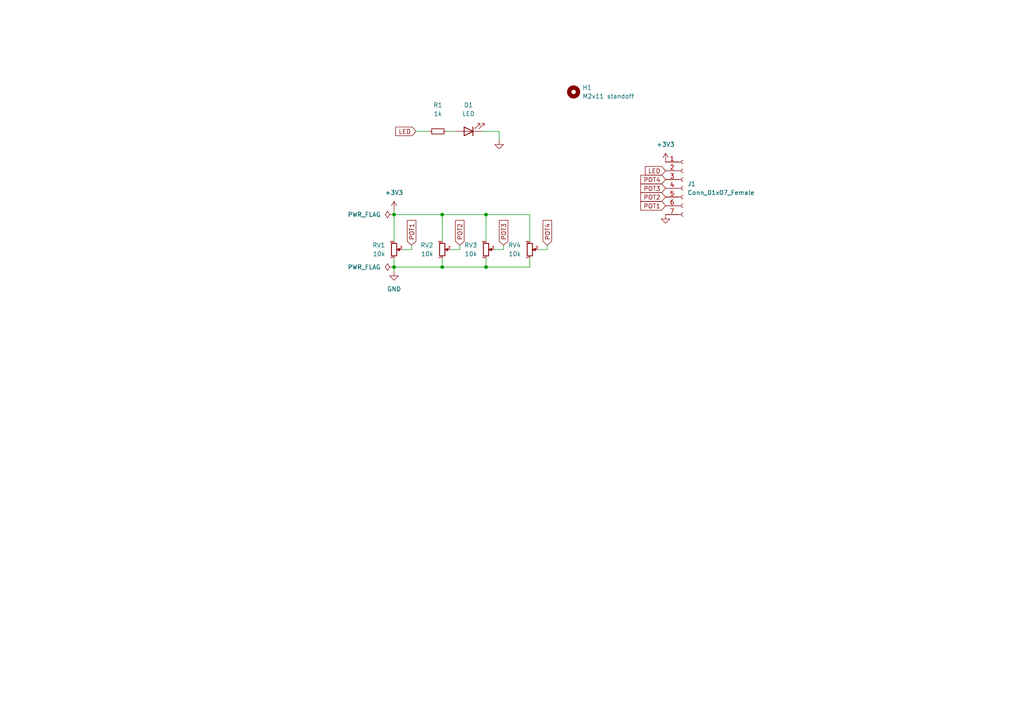
<source format=kicad_sch>
(kicad_sch (version 20211123) (generator eeschema)
  (paper "A4")
  (lib_symbols
    (symbol "Connector:Conn_01x07_Female" (pin_names (offset 1.016) hide)
      (property "Reference" "J" (at 0 10.16 0))
      (property "Value" "Conn_01x07_Female" (at 0 -10.16 0))
      (symbol "Conn_01x07_Female_1_1"
        (arc (start 0 -7.112) (mid -0.508 -7.62) (end 0 -8.128) (stroke (width 0.1524)))
        (arc (start 0 -4.572) (mid -0.508 -5.08) (end 0 -5.588) (stroke (width 0.1524)))
        (arc (start 0 -2.032) (mid -0.508 -2.54) (end 0 -3.048) (stroke (width 0.1524)))
        (polyline (pts (xy -1.27 -7.62) (xy -0.508 -7.62)) (stroke (width 0.1524)))
        (polyline (pts (xy -1.27 -5.08) (xy -0.508 -5.08)) (stroke (width 0.1524)))
        (polyline (pts (xy -1.27 -2.54) (xy -0.508 -2.54)) (stroke (width 0.1524)))
        (polyline (pts (xy -1.27 0) (xy -0.508 0)) (stroke (width 0.1524)))
        (polyline (pts (xy -1.27 2.54) (xy -0.508 2.54)) (stroke (width 0.1524)))
        (polyline (pts (xy -1.27 5.08) (xy -0.508 5.08)) (stroke (width 0.1524)))
        (polyline (pts (xy -1.27 7.62) (xy -0.508 7.62)) (stroke (width 0.1524)))
        (arc (start 0 0.508) (mid -0.508 0) (end 0 -0.508) (stroke (width 0.1524)))
        (arc (start 0 3.048) (mid -0.508 2.54) (end 0 2.032) (stroke (width 0.1524)))
        (arc (start 0 5.588) (mid -0.508 5.08) (end 0 4.572) (stroke (width 0.1524)))
        (arc (start 0 8.128) (mid -0.508 7.62) (end 0 7.112) (stroke (width 0.1524)))
        (pin passive line (at -5.08 7.62 0) (length 3.81) (name "Pin_1") (number "1"))
        (pin passive line (at -5.08 5.08 0) (length 3.81) (name "Pin_2") (number "2"))
        (pin passive line (at -5.08 2.54 0) (length 3.81) (name "Pin_3") (number "3"))
        (pin passive line (at -5.08 0 0) (length 3.81) (name "Pin_4") (number "4"))
        (pin passive line (at -5.08 -2.54 0) (length 3.81) (name "Pin_5") (number "5"))
        (pin passive line (at -5.08 -5.08 0) (length 3.81) (name "Pin_6") (number "6"))
        (pin passive line (at -5.08 -7.62 0) (length 3.81) (name "Pin_7") (number "7"))
      )
    )
    (symbol "Device:LED" (pin_numbers hide) (pin_names (offset 1.016) hide)
      (property "Reference" "D" (at 0 2.54 0))
      (property "Value" "LED" (at 0 -2.54 0))
      (symbol "LED_0_1"
        (polyline (pts (xy -1.27 -1.27) (xy -1.27 1.27)) (stroke (width 0.254)))
        (polyline (pts (xy -1.27 0) (xy 1.27 0)))
        (polyline (pts (xy 1.27 -1.27) (xy 1.27 1.27) (xy -1.27 0) (xy 1.27 -1.27)) (stroke (width 0.254)))
        (polyline (pts (xy -3.048 -0.762) (xy -4.572 -2.286) (xy -3.81 -2.286) (xy -4.572 -2.286) (xy -4.572 -1.524)))
        (polyline (pts (xy -1.778 -0.762) (xy -3.302 -2.286) (xy -2.54 -2.286) (xy -3.302 -2.286) (xy -3.302 -1.524)))
      )
      (symbol "LED_1_1"
        (pin passive line (at -3.81 0 0) (length 2.54) (name "K") (number "1"))
        (pin passive line (at 3.81 0 180) (length 2.54) (name "A") (number "2"))
      )
    )
    (symbol "Device:R_Potentiometer_Small" (pin_names (offset 1.016) hide)
      (property "Reference" "RV" (at -4.445 0 90))
      (property "Value" "R_Potentiometer_Small" (at -2.54 0 90))
      (symbol "R_Potentiometer_Small_0_1"
        (polyline (pts (xy 0.889 0) (xy 0.635 0) (xy 1.651 0.381) (xy 1.651 -0.381) (xy 0.635 0) (xy 0.889 0)) (fill (type outline)))
        (rectangle (start 0.762 1.8034) (end -0.762 -1.8034) (stroke (width 0.254)))
      )
      (symbol "R_Potentiometer_Small_1_1"
        (pin passive line (at 0 2.54 270) (length 0.635) (name "1") (number "1"))
        (pin passive line (at 2.54 0 180) (length 0.9906) (name "2") (number "2"))
        (pin passive line (at 0 -2.54 90) (length 0.635) (name "3") (number "3"))
      )
    )
    (symbol "Device:R_Small" (pin_numbers hide) (pin_names (offset 0.254) hide)
      (property "Reference" "R" (at 0.762 0.508 0))
      (property "Value" "R_Small" (at 0.762 -1.016 0))
      (symbol "R_Small_0_1"
        (rectangle (start -0.762 1.778) (end 0.762 -1.778) (stroke (width 0.2032)))
      )
      (symbol "R_Small_1_1"
        (pin passive line (at 0 2.54 270) (length 0.762) (name "~") (number "1"))
        (pin passive line (at 0 -2.54 90) (length 0.762) (name "~") (number "2"))
      )
    )
    (symbol "Mechanical:MountingHole" (pin_names (offset 1.016))
      (property "Reference" "H" (at 0 5.08 0))
      (property "Value" "MountingHole" (at 0 3.175 0))
      (symbol "MountingHole_0_1"
        (circle (center 0 0) (radius 1.27) (stroke (width 1.27)))
      )
    )
    (symbol "power:+3V3" (power) (pin_names (offset 0))
      (property "Value" "+3V3" (at 0 3.556 0))
      (symbol "+3V3_0_1"
        (polyline (pts (xy -0.762 1.27) (xy 0 2.54)))
        (polyline (pts (xy 0 0) (xy 0 2.54)))
        (polyline (pts (xy 0 2.54) (xy 0.762 1.27)))
      )
      (symbol "+3V3_1_1"
        (pin power_in line (at 0 0 90) (length 0) hide (name "+3V3") (number "1"))
      )
    )
    (symbol "power:GND" (power) (pin_names (offset 0))
      (property "Value" "GND" (at 0 -3.81 0))
      (symbol "GND_0_1"
        (polyline (pts (xy 0 0) (xy 0 -1.27) (xy 1.27 -1.27) (xy 0 -2.54) (xy -1.27 -1.27) (xy 0 -1.27)))
      )
      (symbol "GND_1_1"
        (pin power_in line (at 0 0 270) (length 0) hide (name "GND") (number "1"))
      )
    )
    (symbol "power:PWR_FLAG" (power) (pin_numbers hide) (pin_names (offset 0) hide)
      (property "Value" "PWR_FLAG" (at 0 3.81 0))
      (symbol "PWR_FLAG_0_0"
        (pin power_out line (at 0 0 90) (length 0) (name "pwr") (number "1"))
      )
      (symbol "PWR_FLAG_0_1"
        (polyline (pts (xy 0 0) (xy 0 1.27) (xy -1.016 1.905) (xy 0 2.54) (xy 1.016 1.905) (xy 0 1.27)))
      )
    )
  )
  (junction (at 140.97 77.47))
  (junction (at 128.27 62.23))
  (junction (at 128.27 77.47))
  (junction (at 114.3 77.47))
  (junction (at 114.3 62.23))
  (junction (at 140.97 62.23))
  (wire (pts (xy 140.97 77.47) (xy 140.97 74.93)))
  (wire (pts (xy 116.84 72.39) (xy 119.38 72.39)))
  (wire (pts (xy 129.54 38.1) (xy 132.08 38.1)))
  (wire (pts (xy 140.97 62.23) (xy 153.67 62.23)))
  (wire (pts (xy 139.7 38.1) (xy 144.78 38.1)))
  (wire (pts (xy 156.21 72.39) (xy 158.75 72.39)))
  (wire (pts (xy 120.65 38.1) (xy 124.46 38.1)))
  (wire (pts (xy 128.27 77.47) (xy 140.97 77.47)))
  (wire (pts (xy 144.78 38.1) (xy 144.78 40.64)))
  (wire (pts (xy 114.3 60.96) (xy 114.3 62.23)))
  (wire (pts (xy 114.3 62.23) (xy 128.27 62.23)))
  (wire (pts (xy 114.3 78.74) (xy 114.3 77.47)))
  (wire (pts (xy 140.97 77.47) (xy 153.67 77.47)))
  (wire (pts (xy 128.27 62.23) (xy 140.97 62.23)))
  (wire (pts (xy 153.67 77.47) (xy 153.67 74.93)))
  (wire (pts (xy 114.3 77.47) (xy 114.3 74.93)))
  (wire (pts (xy 128.27 74.93) (xy 128.27 77.47)))
  (wire (pts (xy 153.67 62.23) (xy 153.67 69.85)))
  (wire (pts (xy 133.35 72.39) (xy 133.35 71.12)))
  (wire (pts (xy 146.05 72.39) (xy 146.05 71.12)))
  (wire (pts (xy 158.75 72.39) (xy 158.75 71.12)))
  (wire (pts (xy 130.81 72.39) (xy 133.35 72.39)))
  (wire (pts (xy 143.51 72.39) (xy 146.05 72.39)))
  (wire (pts (xy 119.38 72.39) (xy 119.38 71.12)))
  (wire (pts (xy 114.3 62.23) (xy 114.3 69.85)))
  (wire (pts (xy 128.27 77.47) (xy 114.3 77.47)))
  (wire (pts (xy 128.27 62.23) (xy 128.27 69.85)))
  (wire (pts (xy 140.97 62.23) (xy 140.97 69.85)))
  (global_label "POT2" (shape input) (at 193.04 57.15 180) (property "Intersheet References" "${INTERSHEET_REFS}" (effects hide)))
  (global_label "POT3" (shape input) (at 193.04 54.61 180) (property "Intersheet References" "${INTERSHEET_REFS}" (effects hide)))
  (global_label "POT4" (shape input) (at 193.04 52.07 180) (property "Intersheet References" "${INTERSHEET_REFS}" (effects hide)))
  (global_label "LED" (shape input) (at 193.04 49.53 180) (property "Intersheet References" "${INTERSHEET_REFS}" (effects hide)))
  (global_label "POT1" (shape input) (at 119.38 71.12 90) (property "Intersheet References" "${INTERSHEET_REFS}" (effects hide)))
  (global_label "POT2" (shape input) (at 133.35 71.12 90) (property "Intersheet References" "${INTERSHEET_REFS}" (effects hide)))
  (global_label "POT4" (shape input) (at 158.75 71.12 90) (property "Intersheet References" "${INTERSHEET_REFS}" (effects hide)))
  (global_label "POT3" (shape input) (at 146.05 71.12 90) (property "Intersheet References" "${INTERSHEET_REFS}" (effects hide)))
  (global_label "LED" (shape input) (at 120.65 38.1 180) (property "Intersheet References" "${INTERSHEET_REFS}" (effects hide)))
  (global_label "POT1" (shape input) (at 193.04 59.69 180) (property "Intersheet References" "${INTERSHEET_REFS}" (effects hide)))
  (symbol (lib_id "Device:R_Potentiometer_Small") (at 153.67 72.39 0) (mirror x) (unit 1)
    (property "Reference" "RV4" (at 151.13 71.1199 0) (effects (justify right)))
    (property "Value" "10k" (at 151.13 73.6599 0) (effects (justify right)))
    (property "Footprint" "SamacSys:RK09L1140A5P" (effects hide))
  )
  (symbol (lib_id "power:PWR_FLAG") (at 114.3 77.47 90) (unit 1)
    (property "Reference" "#FLG?" (effects hide))
    (property "Value" "PWR_FLAG" (at 110.49 77.4699 90) (effects (justify left)))
  )
  (symbol (lib_id "power:GND") (at 114.3 78.74 0) (unit 1)
    (property "Reference" "#PWR0105" (effects hide))
    (property "Value" "GND" (at 114.3 83.82 0))
  )
  (symbol (lib_id "Device:R_Small") (at 127 38.1 90) (unit 1)
    (property "Reference" "R1" (at 127 30.48 90))
    (property "Value" "1k" (at 127 33.02 90))
    (property "Footprint" "Resistor_THT:R_Axial_DIN0207_L6.3mm_D2.5mm_P10.16mm_Horizontal" (effects hide))
  )
  (symbol (lib_id "power:+3V3") (at 114.3 60.96 0) (unit 1)
    (property "Reference" "#PWR0104" (effects hide))
    (property "Value" "+3V3" (at 114.3 55.88 0))
  )
  (symbol (lib_id "power:GND") (at 144.78 40.64 0) (unit 1)
    (property "Reference" "#PWR0101" (effects hide))
    (property "Value" "GND" (effects hide))
  )
  (symbol (lib_id "power:+3V3") (at 193.04 46.99 0) (unit 1)
    (property "Reference" "#PWR0103" (effects hide))
    (property "Value" "+3V3" (at 193.04 41.91 0))
  )
  (symbol (lib_id "Device:R_Potentiometer_Small") (at 114.3 72.39 0) (mirror x) (unit 1)
    (property "Reference" "RV1" (at 111.76 71.1199 0) (effects (justify right)))
    (property "Value" "10k" (at 111.76 73.6599 0) (effects (justify right)))
    (property "Footprint" "SamacSys:RK09L1140A5P" (effects hide))
  )
  (symbol (lib_id "Mechanical:MountingHole") (at 166.37 26.67 0) (unit 1)
    (property "Reference" "H1" (at 168.91 25.3999 0) (effects (justify left)))
    (property "Value" "M2x11 standoff" (at 168.91 27.9399 0) (effects (justify left)))
    (property "Footprint" "MountingHole:MountingHole_2.2mm_M2" (effects hide))
  )
  (symbol (lib_id "Device:R_Potentiometer_Small") (at 128.27 72.39 0) (mirror x) (unit 1)
    (property "Reference" "RV2" (at 125.73 71.1199 0) (effects (justify right)))
    (property "Value" "10k" (at 125.73 73.6599 0) (effects (justify right)))
    (property "Footprint" "SamacSys:RK09L1140A5P" (effects hide))
  )
  (symbol (lib_id "Connector:Conn_01x07_Female") (at 198.12 54.61 0) (unit 1)
    (property "Reference" "J1" (at 199.39 53.3399 0) (effects (justify left)))
    (property "Value" "Conn_01x07_Female" (at 199.39 55.8799 0) (effects (justify left)))
    (property "Footprint" "Connector_PinHeader_2.54mm:PinHeader_1x07_P2.54mm_Vertical" (effects hide))
  )
  (symbol (lib_id "Device:LED") (at 135.89 38.1 180) (unit 1)
    (property "Reference" "D1" (at 135.89 30.48 0))
    (property "Value" "LED" (at 135.89 33.02 0))
    (property "Footprint" "LED_THT:LED_D3.0mm" (effects hide))
  )
  (symbol (lib_id "power:GND") (at 193.04 62.23 0) (unit 1)
    (property "Reference" "#PWR0102" (effects hide))
    (property "Value" "GND" (effects hide))
  )
  (symbol (lib_id "power:PWR_FLAG") (at 114.3 62.23 90) (unit 1)
    (property "Reference" "#FLG0101" (effects hide))
    (property "Value" "PWR_FLAG" (at 110.49 62.2299 90) (effects (justify left)))
  )
  (symbol (lib_id "Device:R_Potentiometer_Small") (at 140.97 72.39 0) (mirror x) (unit 1)
    (property "Reference" "RV3" (at 138.43 71.1199 0) (effects (justify right)))
    (property "Value" "10k" (at 138.43 73.6599 0) (effects (justify right)))
    (property "Footprint" "SamacSys:RK09L1140A5P" (effects hide))
  )
)
</source>
